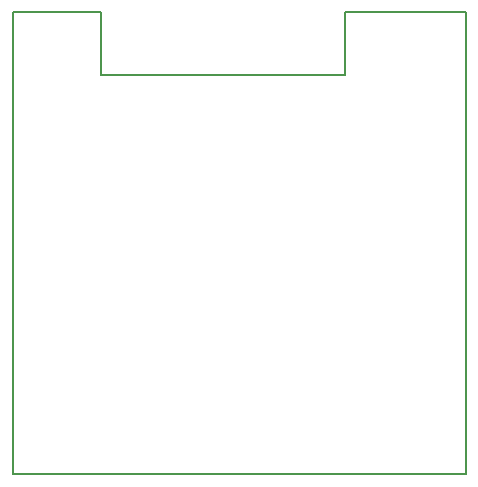
<source format=gbr>
G04 #@! TF.FileFunction,Other,User*
%FSLAX46Y46*%
G04 Gerber Fmt 4.6, Leading zero omitted, Abs format (unit mm)*
G04 Created by KiCad (PCBNEW 4.0.5) date 05/07/17 17:05:54*
%MOMM*%
%LPD*%
G01*
G04 APERTURE LIST*
%ADD10C,0.100000*%
%ADD11C,0.200000*%
G04 APERTURE END LIST*
D10*
D11*
X38354000Y0D02*
X35814000Y0D01*
X38354000Y39116000D02*
X38354000Y0D01*
X36195000Y39116000D02*
X38354000Y39116000D01*
X0Y0D02*
X12700Y0D01*
X0Y39116000D02*
X0Y0D01*
X7493000Y39116000D02*
X0Y39116000D01*
X7493000Y33782000D02*
X7493000Y39116000D01*
X28143200Y33782000D02*
X7493000Y33782000D01*
X28143200Y39116000D02*
X28143200Y33782000D01*
X36195000Y39116000D02*
X28143200Y39116000D01*
X12700Y0D02*
X36195000Y0D01*
M02*

</source>
